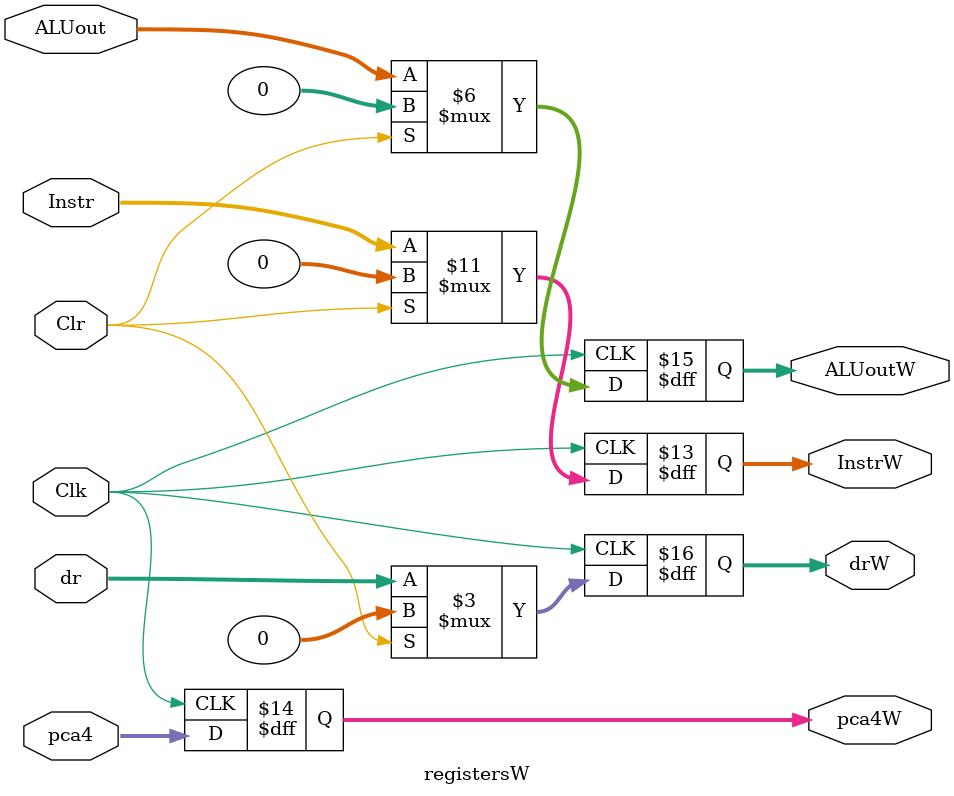
<source format=v>
`timescale 1ns / 1ps
module registersD(
    input [31:0] Instr,
    output reg [31:0] InstrD,
    input [31:0] pca4,
    output reg [31:0] pca4D,
    input Clk,
	 input stall,
	 input Clr
    );
	always @(posedge Clk) begin
	//	$display("%h", Instr);
		if (Clr) begin
			InstrD <= 0;
			pca4D <= 0;
		end else
		if (!stall) begin
			InstrD <= Instr;
			pca4D <= pca4;
		end
	end
endmodule
module registersE(
    input Clk,
	 input stall,
    input [31:0] Instr,
    output reg [31:0] InstrE,
    input [31:0] pca4,
    output reg [31:0] pca4E,
    input [31:0] rs,
	 output reg [31:0] rsE,
	 input [31:0] rt,
	 output reg [31:0] rtE,
	 input [31:0] ext,
	 output reg [31:0] extE,
	 input Clr
    );
	always @(posedge Clk) begin
		if (Clr || stall) begin
			InstrE <= 0;
			pca4E <= 0;
			rsE <= 0;
			rtE <= 0;
			extE <= 0;
		end else begin
			InstrE <= Instr;
			pca4E <= pca4;
			rsE <= rs;
			rtE <= rt;
			extE <= ext;
		end
	end
endmodule
module registersM(
    input Clk,
    input [31:0] Instr,
    output reg [31:0] InstrM,
    input [31:0] pca4,
    output reg [31:0] pca4M,
    input [31:0] ALUout,
	 output reg [31:0] ALUoutE,
	 input [31:0] rt,
	 output reg [31:0] rtE,
	 input Clr
    );
	always @(posedge Clk) begin
		if (Clr) begin
			InstrM <= 0;
			pca4M <= 0;
			ALUoutE <= 0;
			rtE <= 0;
		end
		else begin
			InstrM <= Instr;
			pca4M <= pca4;
			ALUoutE <= ALUout;
			rtE <= rt;
		end
	end
endmodule
module registersW(
    input Clk,
    input [31:0] Instr,
    output reg [31:0] InstrW,
    input [31:0] pca4,
    output reg [31:0] pca4W,
    input [31:0] ALUout,
	 output reg [31:0] ALUoutW,
	 input [31:0] dr,
	 output reg [31:0] drW,
	 input Clr
    );
	always @(posedge Clk) begin
		if (Clr) begin
			InstrW <= 0;
			pca4W <= pca4;
			ALUoutW <= 0;
			drW <= 0;
		end
		else begin
			InstrW <= Instr;
			pca4W <= pca4;
			ALUoutW <= ALUout;
			drW <= dr;
		end
	end
endmodule

</source>
